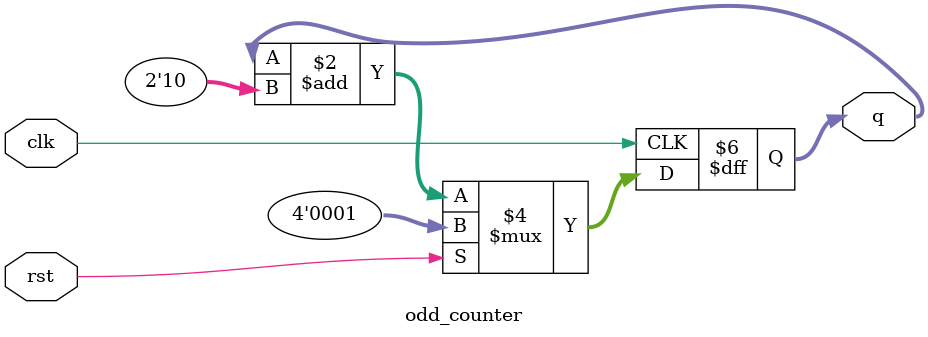
<source format=v>
module odd_counter (output reg [3:0]q,input clk,rst);
	always @ (posedge clk)
	begin
		if(rst)
			q<=4'b0001;
		else
			q<=q+2'b10;
	end
endmodule 
</source>
